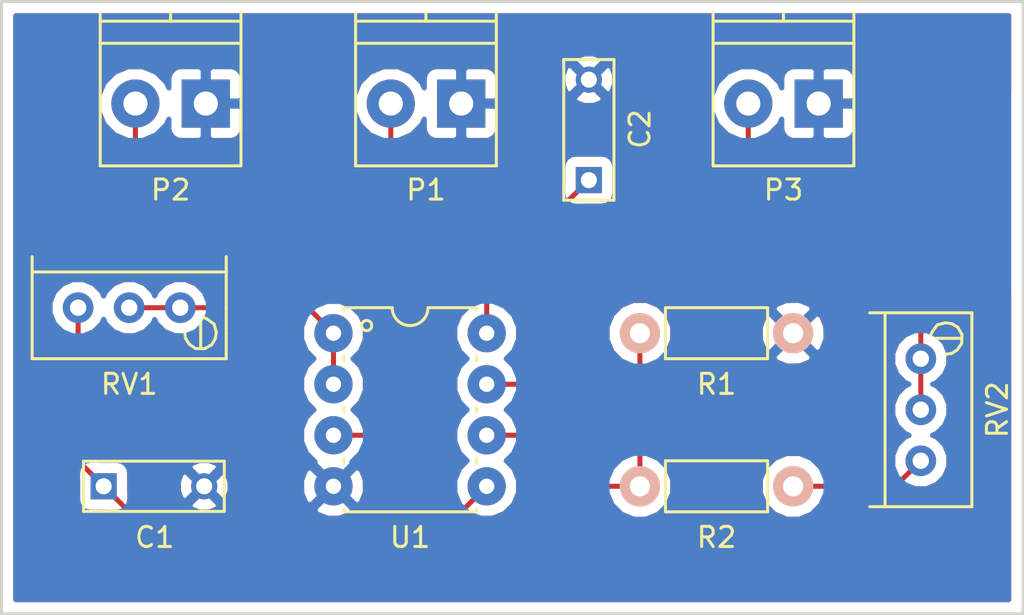
<source format=kicad_pcb>
(kicad_pcb (version 4) (host pcbnew 4.0.4-stable)

  (general
    (links 20)
    (no_connects 0)
    (area 122.761904 97.555 202.358096 128.345001)
    (thickness 1.6)
    (drawings 8)
    (tracks 40)
    (zones 0)
    (modules 13)
    (nets 9)
  )

  (page A4)
  (title_block
    (title "AMPLIFIER 1")
    (date 2016-12-03)
    (rev 01)
    (company "LONG HIN FONG")
  )

  (layers
    (0 F.Cu signal)
    (31 B.Cu signal)
    (32 B.Adhes user)
    (33 F.Adhes user)
    (34 B.Paste user)
    (35 F.Paste user)
    (36 B.SilkS user)
    (37 F.SilkS user)
    (38 B.Mask user)
    (39 F.Mask user)
    (40 Dwgs.User user)
    (41 Cmts.User user)
    (42 Eco1.User user)
    (43 Eco2.User user)
    (44 Edge.Cuts user)
    (45 Margin user)
    (46 B.CrtYd user)
    (47 F.CrtYd user)
    (48 B.Fab user)
    (49 F.Fab user)
  )

  (setup
    (last_trace_width 0.25)
    (trace_clearance 0.2)
    (zone_clearance 0.508)
    (zone_45_only no)
    (trace_min 0.2)
    (segment_width 0.2)
    (edge_width 0.15)
    (via_size 0.6)
    (via_drill 0.4)
    (via_min_size 0.4)
    (via_min_drill 0.3)
    (uvia_size 0.3)
    (uvia_drill 0.1)
    (uvias_allowed no)
    (uvia_min_size 0.2)
    (uvia_min_drill 0.1)
    (pcb_text_width 0.3)
    (pcb_text_size 1.5 1.5)
    (mod_edge_width 0.15)
    (mod_text_size 1 1)
    (mod_text_width 0.15)
    (pad_size 1.524 1.524)
    (pad_drill 0.762)
    (pad_to_mask_clearance 0.2)
    (aux_axis_origin 0 0)
    (visible_elements FFFFFF7F)
    (pcbplotparams
      (layerselection 0x01020_80000001)
      (usegerberextensions false)
      (excludeedgelayer true)
      (linewidth 0.100000)
      (plotframeref false)
      (viasonmask false)
      (mode 1)
      (useauxorigin false)
      (hpglpennumber 1)
      (hpglpenspeed 20)
      (hpglpendiameter 15)
      (hpglpenoverlay 2)
      (psnegative false)
      (psa4output false)
      (plotreference false)
      (plotvalue false)
      (plotinvisibletext false)
      (padsonsilk false)
      (subtractmaskfromsilk false)
      (outputformat 1)
      (mirror false)
      (drillshape 0)
      (scaleselection 1)
      (outputdirectory OUTPUT/))
  )

  (net 0 "")
  (net 1 "Net-(C1-Pad1)")
  (net 2 GND)
  (net 3 "Net-(R1-Pad1)")
  (net 4 "Net-(R2-Pad1)")
  (net 5 "Net-(RV1-Pad1)")
  (net 6 "Net-(P3-Pad2)")
  (net 7 "Net-(P2-Pad2)")
  (net 8 +5V)

  (net_class Default "This is the default net class."
    (clearance 0.2)
    (trace_width 0.25)
    (via_dia 0.6)
    (via_drill 0.4)
    (uvia_dia 0.3)
    (uvia_drill 0.1)
    (add_net +5V)
    (add_net GND)
    (add_net "Net-(C1-Pad1)")
    (add_net "Net-(P2-Pad2)")
    (add_net "Net-(P3-Pad2)")
    (add_net "Net-(R1-Pad1)")
    (add_net "Net-(R2-Pad1)")
    (add_net "Net-(RV1-Pad1)")
  )

  (net_class 0.5 ""
    (clearance 0.2)
    (trace_width 0.5)
    (via_dia 0.6)
    (via_drill 0.4)
    (uvia_dia 0.3)
    (uvia_drill 0.1)
  )

  (module Capacitors_ThroughHole:C_Rect_L7_W2.5_P5 (layer F.Cu) (tedit 58436ED8) (tstamp 58436992)
    (at 142.24 121.92)
    (descr "Film Capacitor Length 7mm x Width 2.5mm, Pitch 5mm")
    (tags Capacitor)
    (path /58435A22)
    (fp_text reference C1 (at 2.54 2.54) (layer F.SilkS)
      (effects (font (size 1 1) (thickness 0.15)))
    )
    (fp_text value 100pF (at 2.54 -2.54) (layer F.Fab)
      (effects (font (size 1 1) (thickness 0.15)))
    )
    (fp_line (start -1.25 -1.5) (end 6.25 -1.5) (layer F.CrtYd) (width 0.05))
    (fp_line (start 6.25 -1.5) (end 6.25 1.5) (layer F.CrtYd) (width 0.05))
    (fp_line (start 6.25 1.5) (end -1.25 1.5) (layer F.CrtYd) (width 0.05))
    (fp_line (start -1.25 1.5) (end -1.25 -1.5) (layer F.CrtYd) (width 0.05))
    (fp_line (start -1 -1.25) (end 6 -1.25) (layer F.SilkS) (width 0.15))
    (fp_line (start 6 -1.25) (end 6 1.25) (layer F.SilkS) (width 0.15))
    (fp_line (start 6 1.25) (end -1 1.25) (layer F.SilkS) (width 0.15))
    (fp_line (start -1 1.25) (end -1 -1.25) (layer F.SilkS) (width 0.15))
    (pad 1 thru_hole rect (at 0 0) (size 1.3 1.3) (drill 0.8) (layers *.Cu *.Mask)
      (net 1 "Net-(C1-Pad1)"))
    (pad 2 thru_hole circle (at 5 0) (size 1.3 1.3) (drill 0.8) (layers *.Cu *.Mask)
      (net 2 GND))
  )

  (module Resistors_ThroughHole:Resistor_Horizontal_RM7mm (layer F.Cu) (tedit 58436EA6) (tstamp 584369B2)
    (at 168.91 114.3)
    (descr "Resistor, Axial,  RM 7.62mm, 1/3W,")
    (tags "Resistor Axial RM 7.62mm 1/3W R3")
    (path /5843493B)
    (fp_text reference R1 (at 3.81 2.54) (layer F.SilkS)
      (effects (font (size 1 1) (thickness 0.15)))
    )
    (fp_text value 5k (at 3.81 0) (layer F.Fab)
      (effects (font (size 1 1) (thickness 0.15)))
    )
    (fp_line (start -1.25 -1.5) (end 8.85 -1.5) (layer F.CrtYd) (width 0.05))
    (fp_line (start -1.25 1.5) (end -1.25 -1.5) (layer F.CrtYd) (width 0.05))
    (fp_line (start 8.85 -1.5) (end 8.85 1.5) (layer F.CrtYd) (width 0.05))
    (fp_line (start -1.25 1.5) (end 8.85 1.5) (layer F.CrtYd) (width 0.05))
    (fp_line (start 1.27 -1.27) (end 6.35 -1.27) (layer F.SilkS) (width 0.15))
    (fp_line (start 6.35 -1.27) (end 6.35 1.27) (layer F.SilkS) (width 0.15))
    (fp_line (start 6.35 1.27) (end 1.27 1.27) (layer F.SilkS) (width 0.15))
    (fp_line (start 1.27 1.27) (end 1.27 -1.27) (layer F.SilkS) (width 0.15))
    (pad 1 thru_hole circle (at 0 0) (size 1.99898 1.99898) (drill 1.00076) (layers *.Cu *.SilkS *.Mask)
      (net 3 "Net-(R1-Pad1)"))
    (pad 2 thru_hole circle (at 7.62 0) (size 1.99898 1.99898) (drill 1.00076) (layers *.Cu *.SilkS *.Mask)
      (net 2 GND))
  )

  (module Resistors_ThroughHole:Resistor_Horizontal_RM7mm (layer F.Cu) (tedit 58436EA8) (tstamp 584369C0)
    (at 176.53 121.92 180)
    (descr "Resistor, Axial,  RM 7.62mm, 1/3W,")
    (tags "Resistor Axial RM 7.62mm 1/3W R3")
    (path /58434A4F)
    (fp_text reference R2 (at 3.81 -2.54 180) (layer F.SilkS)
      (effects (font (size 1 1) (thickness 0.15)))
    )
    (fp_text value 5k (at 3.81 0 180) (layer F.Fab)
      (effects (font (size 1 1) (thickness 0.15)))
    )
    (fp_line (start -1.25 -1.5) (end 8.85 -1.5) (layer F.CrtYd) (width 0.05))
    (fp_line (start -1.25 1.5) (end -1.25 -1.5) (layer F.CrtYd) (width 0.05))
    (fp_line (start 8.85 -1.5) (end 8.85 1.5) (layer F.CrtYd) (width 0.05))
    (fp_line (start -1.25 1.5) (end 8.85 1.5) (layer F.CrtYd) (width 0.05))
    (fp_line (start 1.27 -1.27) (end 6.35 -1.27) (layer F.SilkS) (width 0.15))
    (fp_line (start 6.35 -1.27) (end 6.35 1.27) (layer F.SilkS) (width 0.15))
    (fp_line (start 6.35 1.27) (end 1.27 1.27) (layer F.SilkS) (width 0.15))
    (fp_line (start 1.27 1.27) (end 1.27 -1.27) (layer F.SilkS) (width 0.15))
    (pad 1 thru_hole circle (at 0 0 180) (size 1.99898 1.99898) (drill 1.00076) (layers *.Cu *.SilkS *.Mask)
      (net 4 "Net-(R2-Pad1)"))
    (pad 2 thru_hole circle (at 7.62 0 180) (size 1.99898 1.99898) (drill 1.00076) (layers *.Cu *.SilkS *.Mask)
      (net 3 "Net-(R1-Pad1)"))
  )

  (module Potentiometers:Potentiometer_Bourns_3296W_3-8Zoll_Inline_ScrewUp (layer F.Cu) (tedit 5843711C) (tstamp 584369D8)
    (at 146.05 113.03 90)
    (descr "3296, 3/8, Square, Trimpot, Trimming, Potentiometer, Bourns")
    (tags "3296, 3/8, Square, Trimpot, Trimming, Potentiometer, Bourns")
    (path /58433464)
    (fp_text reference RV1 (at -3.81 -2.54 180) (layer F.SilkS)
      (effects (font (size 1 1) (thickness 0.15)))
    )
    (fp_text value 10k (at 2.54 -2.54 180) (layer F.Fab)
      (effects (font (size 1 1) (thickness 0.15)))
    )
    (fp_line (start -2.032 1.016) (end -0.762 1.016) (layer F.SilkS) (width 0.15))
    (fp_line (start -1.2827 0.2286) (end -1.5367 0.2667) (layer F.SilkS) (width 0.15))
    (fp_line (start -1.5367 0.2667) (end -1.8161 0.4445) (layer F.SilkS) (width 0.15))
    (fp_line (start -1.8161 0.4445) (end -2.032 0.762) (layer F.SilkS) (width 0.15))
    (fp_line (start -2.032 0.762) (end -2.0447 1.2065) (layer F.SilkS) (width 0.15))
    (fp_line (start -2.0447 1.2065) (end -1.8415 1.5621) (layer F.SilkS) (width 0.15))
    (fp_line (start -1.8415 1.5621) (end -1.5494 1.7399) (layer F.SilkS) (width 0.15))
    (fp_line (start -1.5494 1.7399) (end -1.2319 1.7907) (layer F.SilkS) (width 0.15))
    (fp_line (start -1.2319 1.7907) (end -0.8255 1.6891) (layer F.SilkS) (width 0.15))
    (fp_line (start -0.8255 1.6891) (end -0.5715 1.3462) (layer F.SilkS) (width 0.15))
    (fp_line (start -0.5715 1.3462) (end -0.4826 1.1684) (layer F.SilkS) (width 0.15))
    (fp_line (start 1.778 -7.366) (end 1.778 2.286) (layer F.SilkS) (width 0.15))
    (fp_line (start -1.27 2.286) (end -2.54 2.286) (layer F.SilkS) (width 0.15))
    (fp_line (start -2.54 2.286) (end -2.54 -7.366) (layer F.SilkS) (width 0.15))
    (fp_line (start -2.54 -7.366) (end 2.54 -7.366) (layer F.SilkS) (width 0.15))
    (fp_line (start 2.54 2.286) (end 0 2.286) (layer F.SilkS) (width 0.15))
    (fp_line (start 0 2.286) (end -1.27 2.286) (layer F.SilkS) (width 0.15))
    (pad 2 thru_hole circle (at 0 -2.54 90) (size 1.524 1.524) (drill 0.8128) (layers *.Cu *.Mask)
      (net 5 "Net-(RV1-Pad1)"))
    (pad 3 thru_hole circle (at 0 -5.08 90) (size 1.524 1.524) (drill 0.8128) (layers *.Cu *.Mask)
      (net 1 "Net-(C1-Pad1)"))
    (pad 1 thru_hole circle (at 0 0 90) (size 1.524 1.524) (drill 0.8128) (layers *.Cu *.Mask)
      (net 5 "Net-(RV1-Pad1)"))
    (model Potentiometers.3dshapes/Potentiometer_Bourns_3296W_3-8Zoll_Inline_ScrewUp.wrl
      (at (xyz 0 0 0))
      (scale (xyz 1 1 1))
      (rotate (xyz 0 0 0))
    )
  )

  (module Potentiometers:Potentiometer_Bourns_3296W_3-8Zoll_Inline_ScrewUp (layer F.Cu) (tedit 58437602) (tstamp 584369F0)
    (at 182.88 115.57 180)
    (descr "3296, 3/8, Square, Trimpot, Trimming, Potentiometer, Bourns")
    (tags "3296, 3/8, Square, Trimpot, Trimming, Potentiometer, Bourns")
    (path /584333EE)
    (fp_text reference RV2 (at -3.81 -2.54 270) (layer F.SilkS)
      (effects (font (size 1 1) (thickness 0.15)))
    )
    (fp_text value 5k (at 2.54 -2.54 270) (layer F.Fab)
      (effects (font (size 1 1) (thickness 0.15)))
    )
    (fp_line (start -2.032 1.016) (end -0.762 1.016) (layer F.SilkS) (width 0.15))
    (fp_line (start -1.2827 0.2286) (end -1.5367 0.2667) (layer F.SilkS) (width 0.15))
    (fp_line (start -1.5367 0.2667) (end -1.8161 0.4445) (layer F.SilkS) (width 0.15))
    (fp_line (start -1.8161 0.4445) (end -2.032 0.762) (layer F.SilkS) (width 0.15))
    (fp_line (start -2.032 0.762) (end -2.0447 1.2065) (layer F.SilkS) (width 0.15))
    (fp_line (start -2.0447 1.2065) (end -1.8415 1.5621) (layer F.SilkS) (width 0.15))
    (fp_line (start -1.8415 1.5621) (end -1.5494 1.7399) (layer F.SilkS) (width 0.15))
    (fp_line (start -1.5494 1.7399) (end -1.2319 1.7907) (layer F.SilkS) (width 0.15))
    (fp_line (start -1.2319 1.7907) (end -0.8255 1.6891) (layer F.SilkS) (width 0.15))
    (fp_line (start -0.8255 1.6891) (end -0.5715 1.3462) (layer F.SilkS) (width 0.15))
    (fp_line (start -0.5715 1.3462) (end -0.4826 1.1684) (layer F.SilkS) (width 0.15))
    (fp_line (start 1.778 -7.366) (end 1.778 2.286) (layer F.SilkS) (width 0.15))
    (fp_line (start -1.27 2.286) (end -2.54 2.286) (layer F.SilkS) (width 0.15))
    (fp_line (start -2.54 2.286) (end -2.54 -7.366) (layer F.SilkS) (width 0.15))
    (fp_line (start -2.54 -7.366) (end 2.54 -7.366) (layer F.SilkS) (width 0.15))
    (fp_line (start 2.54 2.286) (end 0 2.286) (layer F.SilkS) (width 0.15))
    (fp_line (start 0 2.286) (end -1.27 2.286) (layer F.SilkS) (width 0.15))
    (pad 2 thru_hole circle (at 0 -2.54 180) (size 1.524 1.524) (drill 0.8128) (layers *.Cu *.Mask)
      (net 6 "Net-(P3-Pad2)"))
    (pad 3 thru_hole circle (at 0 -5.08 180) (size 1.524 1.524) (drill 0.8128) (layers *.Cu *.Mask)
      (net 4 "Net-(R2-Pad1)"))
    (pad 1 thru_hole circle (at 0 0 180) (size 1.524 1.524) (drill 0.8128) (layers *.Cu *.Mask)
      (net 6 "Net-(P3-Pad2)"))
    (model Potentiometers.3dshapes/Potentiometer_Bourns_3296W_3-8Zoll_Inline_ScrewUp.wrl
      (at (xyz 0 0 0))
      (scale (xyz 1 1 1))
      (rotate (xyz 0 0 0))
    )
  )

  (module Power_Integrations:PDIP-8 (layer F.Cu) (tedit 58436EE1) (tstamp 58436A0C)
    (at 157.48 118.11 270)
    (descr "PDIP-8 Standard 300mil 8pin Dual In Line Package")
    (tags "Power Integrations P Package")
    (path /584344B7)
    (fp_text reference U1 (at 6.35 0 360) (layer F.SilkS)
      (effects (font (size 1 1) (thickness 0.15)))
    )
    (fp_text value MCP6002 (at 0 0 270) (layer F.Fab)
      (effects (font (size 1 1) (thickness 0.15)))
    )
    (fp_line (start -5.08 0.889) (end -5.08 3.302) (layer F.SilkS) (width 0.15))
    (fp_line (start -5.08 -0.889) (end -5.08 -3.302) (layer F.SilkS) (width 0.15))
    (fp_arc (start -5.08 0) (end -4.191 0) (angle 90) (layer F.SilkS) (width 0.15))
    (fp_arc (start -5.08 0) (end -5.08 -0.889) (angle 90) (layer F.SilkS) (width 0.15))
    (fp_circle (center -4.191 2.159) (end -3.937 2.159) (layer F.SilkS) (width 0.15))
    (fp_line (start 5.08 3.302) (end 4.953 3.302) (layer F.SilkS) (width 0.15))
    (fp_line (start 2.413 3.302) (end 2.667 3.302) (layer F.SilkS) (width 0.15))
    (fp_line (start -0.127 3.302) (end 0.127 3.302) (layer F.SilkS) (width 0.15))
    (fp_line (start -2.667 3.302) (end -2.413 3.302) (layer F.SilkS) (width 0.15))
    (fp_line (start -5.08 3.302) (end -4.953 3.302) (layer F.SilkS) (width 0.15))
    (fp_line (start -5.08 -3.302) (end -4.953 -3.302) (layer F.SilkS) (width 0.15))
    (fp_line (start 5.08 -3.302) (end 4.953 -3.302) (layer F.SilkS) (width 0.15))
    (fp_line (start 2.413 -3.302) (end 2.667 -3.302) (layer F.SilkS) (width 0.15))
    (fp_line (start -0.127 -3.302) (end 0.127 -3.302) (layer F.SilkS) (width 0.15))
    (fp_line (start -2.667 -3.302) (end -2.413 -3.302) (layer F.SilkS) (width 0.15))
    (fp_line (start 5.08 3.302) (end 5.08 -3.302) (layer F.SilkS) (width 0.15))
    (pad 1 thru_hole circle (at -3.81 3.81 270) (size 1.905 1.905) (drill 0.762) (layers *.Cu *.Mask)
      (net 5 "Net-(RV1-Pad1)"))
    (pad 2 thru_hole circle (at -1.27 3.81 270) (size 1.905 1.905) (drill 0.762) (layers *.Cu *.Mask)
      (net 5 "Net-(RV1-Pad1)"))
    (pad 3 thru_hole circle (at 1.27 3.81 270) (size 1.905 1.905) (drill 0.762) (layers *.Cu *.Mask)
      (net 7 "Net-(P2-Pad2)"))
    (pad 4 thru_hole circle (at 3.81 3.81 270) (size 1.905 1.905) (drill 0.762) (layers *.Cu *.Mask)
      (net 2 GND))
    (pad 5 thru_hole circle (at 3.81 -3.81 270) (size 1.905 1.905) (drill 0.762) (layers *.Cu *.Mask)
      (net 1 "Net-(C1-Pad1)"))
    (pad 6 thru_hole circle (at 1.27 -3.81 270) (size 1.905 1.905) (drill 0.762) (layers *.Cu *.Mask)
      (net 3 "Net-(R1-Pad1)"))
    (pad 7 thru_hole circle (at -1.27 -3.81 270) (size 1.905 1.905) (drill 0.762) (layers *.Cu *.Mask)
      (net 6 "Net-(P3-Pad2)"))
    (pad 8 thru_hole circle (at -3.81 -3.81 270) (size 1.905 1.905) (drill 0.762) (layers *.Cu *.Mask)
      (net 8 +5V))
  )

  (module Terminal_Blocks:TerminalBlock_Pheonix_PT-3.5mm_2pol (layer F.Cu) (tedit 5843779F) (tstamp 58436BFD)
    (at 147.32 102.87 180)
    (descr "2-way 3.5mm pitch terminal block, Phoenix PT series")
    (path /58435D46)
    (fp_text reference P2 (at 1.75 -4.3 180) (layer F.SilkS)
      (effects (font (size 1 1) (thickness 0.15)))
    )
    (fp_text value CONN_01X02 (at 6.35 0 270) (layer F.Fab)
      (effects (font (size 1 1) (thickness 0.15)))
    )
    (fp_line (start -1.9 -3.3) (end 5.4 -3.3) (layer F.CrtYd) (width 0.05))
    (fp_line (start -1.9 4.7) (end -1.9 -3.3) (layer F.CrtYd) (width 0.05))
    (fp_line (start 5.4 4.7) (end -1.9 4.7) (layer F.CrtYd) (width 0.05))
    (fp_line (start 5.4 -3.3) (end 5.4 4.7) (layer F.CrtYd) (width 0.05))
    (fp_line (start 1.75 4.1) (end 1.75 4.5) (layer F.SilkS) (width 0.15))
    (fp_line (start -1.75 3) (end 5.25 3) (layer F.SilkS) (width 0.15))
    (fp_line (start -1.75 4.1) (end 5.25 4.1) (layer F.SilkS) (width 0.15))
    (fp_line (start -1.75 -3.1) (end -1.75 4.5) (layer F.SilkS) (width 0.15))
    (fp_line (start 5.25 4.5) (end 5.25 -3.1) (layer F.SilkS) (width 0.15))
    (fp_line (start 5.25 -3.1) (end -1.75 -3.1) (layer F.SilkS) (width 0.15))
    (pad 2 thru_hole circle (at 3.5 0 180) (size 2.4 2.4) (drill 1.2) (layers *.Cu *.Mask)
      (net 7 "Net-(P2-Pad2)"))
    (pad 1 thru_hole rect (at 0 0 180) (size 2.4 2.4) (drill 1.2) (layers *.Cu *.Mask)
      (net 2 GND))
    (model Terminal_Blocks.3dshapes/TerminalBlock_Pheonix_PT-3.5mm_2pol.wrl
      (at (xyz 0 0 0))
      (scale (xyz 1 1 1))
      (rotate (xyz 0 0 0))
    )
  )

  (module Terminal_Blocks:TerminalBlock_Pheonix_PT-3.5mm_2pol (layer F.Cu) (tedit 584377A5) (tstamp 58436C0D)
    (at 177.8 102.87 180)
    (descr "2-way 3.5mm pitch terminal block, Phoenix PT series")
    (path /5843790B)
    (fp_text reference P3 (at 1.75 -4.3 180) (layer F.SilkS)
      (effects (font (size 1 1) (thickness 0.15)))
    )
    (fp_text value CONN_01X02 (at 6.35 0 270) (layer F.Fab)
      (effects (font (size 1 1) (thickness 0.15)))
    )
    (fp_line (start -1.9 -3.3) (end 5.4 -3.3) (layer F.CrtYd) (width 0.05))
    (fp_line (start -1.9 4.7) (end -1.9 -3.3) (layer F.CrtYd) (width 0.05))
    (fp_line (start 5.4 4.7) (end -1.9 4.7) (layer F.CrtYd) (width 0.05))
    (fp_line (start 5.4 -3.3) (end 5.4 4.7) (layer F.CrtYd) (width 0.05))
    (fp_line (start 1.75 4.1) (end 1.75 4.5) (layer F.SilkS) (width 0.15))
    (fp_line (start -1.75 3) (end 5.25 3) (layer F.SilkS) (width 0.15))
    (fp_line (start -1.75 4.1) (end 5.25 4.1) (layer F.SilkS) (width 0.15))
    (fp_line (start -1.75 -3.1) (end -1.75 4.5) (layer F.SilkS) (width 0.15))
    (fp_line (start 5.25 4.5) (end 5.25 -3.1) (layer F.SilkS) (width 0.15))
    (fp_line (start 5.25 -3.1) (end -1.75 -3.1) (layer F.SilkS) (width 0.15))
    (pad 2 thru_hole circle (at 3.5 0 180) (size 2.4 2.4) (drill 1.2) (layers *.Cu *.Mask)
      (net 6 "Net-(P3-Pad2)"))
    (pad 1 thru_hole rect (at 0 0 180) (size 2.4 2.4) (drill 1.2) (layers *.Cu *.Mask)
      (net 2 GND))
    (model Terminal_Blocks.3dshapes/TerminalBlock_Pheonix_PT-3.5mm_2pol.wrl
      (at (xyz 0 0 0))
      (scale (xyz 1 1 1))
      (rotate (xyz 0 0 0))
    )
  )

  (module Terminal_Blocks:TerminalBlock_Pheonix_PT-3.5mm_2pol (layer F.Cu) (tedit 584377A1) (tstamp 58436C89)
    (at 160.02 102.87 180)
    (descr "2-way 3.5mm pitch terminal block, Phoenix PT series")
    (path /58435E71)
    (fp_text reference P1 (at 1.75 -4.3 180) (layer F.SilkS)
      (effects (font (size 1 1) (thickness 0.15)))
    )
    (fp_text value CONN_01X02 (at 6.35 0 270) (layer F.Fab)
      (effects (font (size 1 1) (thickness 0.15)))
    )
    (fp_line (start -1.9 -3.3) (end 5.4 -3.3) (layer F.CrtYd) (width 0.05))
    (fp_line (start -1.9 4.7) (end -1.9 -3.3) (layer F.CrtYd) (width 0.05))
    (fp_line (start 5.4 4.7) (end -1.9 4.7) (layer F.CrtYd) (width 0.05))
    (fp_line (start 5.4 -3.3) (end 5.4 4.7) (layer F.CrtYd) (width 0.05))
    (fp_line (start 1.75 4.1) (end 1.75 4.5) (layer F.SilkS) (width 0.15))
    (fp_line (start -1.75 3) (end 5.25 3) (layer F.SilkS) (width 0.15))
    (fp_line (start -1.75 4.1) (end 5.25 4.1) (layer F.SilkS) (width 0.15))
    (fp_line (start -1.75 -3.1) (end -1.75 4.5) (layer F.SilkS) (width 0.15))
    (fp_line (start 5.25 4.5) (end 5.25 -3.1) (layer F.SilkS) (width 0.15))
    (fp_line (start 5.25 -3.1) (end -1.75 -3.1) (layer F.SilkS) (width 0.15))
    (pad 2 thru_hole circle (at 3.5 0 180) (size 2.4 2.4) (drill 1.2) (layers *.Cu *.Mask)
      (net 8 +5V))
    (pad 1 thru_hole rect (at 0 0 180) (size 2.4 2.4) (drill 1.2) (layers *.Cu *.Mask)
      (net 2 GND))
    (model Terminal_Blocks.3dshapes/TerminalBlock_Pheonix_PT-3.5mm_2pol.wrl
      (at (xyz 0 0 0))
      (scale (xyz 1 1 1))
      (rotate (xyz 0 0 0))
    )
  )

  (module Capacitors_ThroughHole:C_Rect_L7_W2.5_P5 (layer F.Cu) (tedit 58437609) (tstamp 584375CC)
    (at 166.37 106.68 90)
    (descr "Film Capacitor Length 7mm x Width 2.5mm, Pitch 5mm")
    (tags Capacitor)
    (path /58440465)
    (fp_text reference C2 (at 2.54 2.54 90) (layer F.SilkS)
      (effects (font (size 1 1) (thickness 0.15)))
    )
    (fp_text value 100nF (at 2.54 -2.54 90) (layer F.Fab)
      (effects (font (size 1 1) (thickness 0.15)))
    )
    (fp_line (start -1.25 -1.5) (end 6.25 -1.5) (layer F.CrtYd) (width 0.05))
    (fp_line (start 6.25 -1.5) (end 6.25 1.5) (layer F.CrtYd) (width 0.05))
    (fp_line (start 6.25 1.5) (end -1.25 1.5) (layer F.CrtYd) (width 0.05))
    (fp_line (start -1.25 1.5) (end -1.25 -1.5) (layer F.CrtYd) (width 0.05))
    (fp_line (start -1 -1.25) (end 6 -1.25) (layer F.SilkS) (width 0.15))
    (fp_line (start 6 -1.25) (end 6 1.25) (layer F.SilkS) (width 0.15))
    (fp_line (start 6 1.25) (end -1 1.25) (layer F.SilkS) (width 0.15))
    (fp_line (start -1 1.25) (end -1 -1.25) (layer F.SilkS) (width 0.15))
    (pad 1 thru_hole rect (at 0 0 90) (size 1.3 1.3) (drill 0.8) (layers *.Cu *.Mask)
      (net 8 +5V))
    (pad 2 thru_hole circle (at 5 0 90) (size 1.3 1.3) (drill 0.8) (layers *.Cu *.Mask)
      (net 2 GND))
  )

  (module Fiducials:Fiducial_1mm_Dia_2.54mm_Outer_CopperTop (layer F.Cu) (tedit 58437BFA) (tstamp 58437B45)
    (at 185.42 125.73)
    (descr "Circular Fiducial, 1mm bare copper top; 2.54mm keepout")
    (tags marker)
    (attr virtual)
    (fp_text reference REF** (at 3.4 0.7) (layer F.SilkS) hide
      (effects (font (size 1 1) (thickness 0.15)))
    )
    (fp_text value Fiducial_1mm_Dia_2.54mm_Outer_CopperTop (at 0 -1.8) (layer F.Fab) hide
      (effects (font (size 1 1) (thickness 0.15)))
    )
    (fp_circle (center 0 0) (end 1.55 0) (layer F.CrtYd) (width 0.05))
    (pad ~ smd circle (at 0 0) (size 1 1) (layers F.Cu F.Mask)
      (solder_mask_margin 0.77) (clearance 0.77))
  )

  (module Fiducials:Fiducial_1mm_Dia_2.54mm_Outer_CopperTop (layer F.Cu) (tedit 58437C98) (tstamp 58437C88)
    (at 139.7 125.73)
    (descr "Circular Fiducial, 1mm bare copper top; 2.54mm keepout")
    (tags marker)
    (attr virtual)
    (fp_text reference REF** (at 3.4 0.7) (layer F.SilkS) hide
      (effects (font (size 1 1) (thickness 0.15)))
    )
    (fp_text value Fiducial_1mm_Dia_2.54mm_Outer_CopperTop (at 0 -1.8) (layer F.Fab) hide
      (effects (font (size 1 1) (thickness 0.15)))
    )
    (fp_circle (center 0 0) (end 1.55 0) (layer F.CrtYd) (width 0.05))
    (pad ~ smd circle (at 0 0) (size 1 1) (layers F.Cu F.Mask)
      (solder_mask_margin 0.77) (clearance 0.77))
  )

  (module Fiducials:Fiducial_1mm_Dia_2.54mm_Outer_CopperTop (layer F.Cu) (tedit 58437CD6) (tstamp 58437CCC)
    (at 185.42 100.33)
    (descr "Circular Fiducial, 1mm bare copper top; 2.54mm keepout")
    (tags marker)
    (attr virtual)
    (fp_text reference REF** (at 3.4 0.7) (layer F.SilkS) hide
      (effects (font (size 1 1) (thickness 0.15)))
    )
    (fp_text value Fiducial_1mm_Dia_2.54mm_Outer_CopperTop (at 0 -1.8) (layer F.Fab) hide
      (effects (font (size 1 1) (thickness 0.15)))
    )
    (fp_circle (center 0 0) (end 1.55 0) (layer F.CrtYd) (width 0.05))
    (pad ~ smd circle (at 0 0) (size 1 1) (layers F.Cu F.Mask)
      (solder_mask_margin 0.77) (clearance 0.77))
  )

  (gr_line (start 137.16 128.27) (end 137.16 125.73) (angle 90) (layer Edge.Cuts) (width 0.15))
  (gr_line (start 187.96 128.27) (end 137.16 128.27) (angle 90) (layer Edge.Cuts) (width 0.15))
  (gr_line (start 187.96 125.73) (end 187.96 128.27) (angle 90) (layer Edge.Cuts) (width 0.15))
  (gr_text "AMPLIFIER1\nDEC 3,2016" (at 185.42 111.76 90) (layer F.Cu)
    (effects (font (size 1 1) (thickness 0.25)) (justify left))
  )
  (gr_line (start 137.16 97.79) (end 137.16 125.73) (angle 90) (layer Edge.Cuts) (width 0.15))
  (gr_line (start 187.96 97.79) (end 137.16 97.79) (angle 90) (layer Edge.Cuts) (width 0.15))
  (gr_line (start 187.96 125.73) (end 187.96 97.79) (angle 90) (layer Edge.Cuts) (width 0.15))
  (gr_line (start 137.16 128.27) (end 187.96 128.27) (angle 90) (layer Edge.Cuts) (width 0.15))

  (segment (start 161.29 121.92) (end 158.75 124.46) (width 0.25) (layer F.Cu) (net 1))
  (segment (start 144.78 124.46) (end 142.24 121.92) (width 0.25) (layer F.Cu) (net 1) (tstamp 5843748F))
  (segment (start 158.75 124.46) (end 144.78 124.46) (width 0.25) (layer F.Cu) (net 1) (tstamp 5843748D))
  (segment (start 140.97 113.03) (end 140.97 120.65) (width 0.25) (layer F.Cu) (net 1))
  (segment (start 140.97 120.65) (end 142.24 121.92) (width 0.25) (layer F.Cu) (net 1) (tstamp 58437454))
  (segment (start 163.83 119.38) (end 166.37 121.92) (width 0.25) (layer F.Cu) (net 3))
  (segment (start 166.37 121.92) (end 168.91 121.92) (width 0.25) (layer F.Cu) (net 3))
  (segment (start 161.29 119.38) (end 163.83 119.38) (width 0.25) (layer F.Cu) (net 3))
  (segment (start 168.91 121.92) (end 168.91 114.3) (width 0.25) (layer F.Cu) (net 3))
  (segment (start 176.53 121.92) (end 181.61 121.92) (width 0.25) (layer F.Cu) (net 4))
  (segment (start 181.61 121.92) (end 182.88 120.65) (width 0.25) (layer F.Cu) (net 4) (tstamp 584374C7))
  (segment (start 153.67 114.3) (end 152.4 113.03) (width 0.25) (layer F.Cu) (net 5))
  (segment (start 152.4 113.03) (end 146.05 113.03) (width 0.25) (layer F.Cu) (net 5) (tstamp 5843789D))
  (segment (start 153.67 116.84) (end 153.67 114.3) (width 0.25) (layer F.Cu) (net 5))
  (segment (start 143.51 113.03) (end 146.05 113.03) (width 0.25) (layer F.Cu) (net 5))
  (segment (start 174.3 102.87) (end 174.3 110.49) (width 0.25) (layer F.Cu) (net 6))
  (segment (start 174.3 110.49) (end 173.99 110.49) (width 0.25) (layer F.Cu) (net 6) (tstamp 58437A41))
  (segment (start 178.11 110.49) (end 177.8 110.49) (width 0.25) (layer F.Cu) (net 6) (tstamp 584374C2))
  (segment (start 176.53 110.49) (end 177.8 110.49) (width 0.25) (layer F.Cu) (net 6))
  (segment (start 177.8 110.49) (end 181.61 110.49) (width 0.25) (layer F.Cu) (net 6) (tstamp 584374C5))
  (segment (start 182.88 111.76) (end 181.61 110.49) (width 0.25) (layer F.Cu) (net 6) (tstamp 584374BC))
  (segment (start 176.84 110.49) (end 176.53 110.49) (width 0.25) (layer F.Cu) (net 6) (tstamp 584374A9))
  (segment (start 166.37 110.49) (end 173.99 110.49) (width 0.25) (layer F.Cu) (net 6) (tstamp 58437497))
  (segment (start 173.99 110.49) (end 176.53 110.49) (width 0.25) (layer F.Cu) (net 6) (tstamp 58437A56))
  (segment (start 165.1 111.76) (end 166.37 110.49) (width 0.25) (layer F.Cu) (net 6) (tstamp 58437495))
  (segment (start 165.1 115.57) (end 165.1 111.76) (width 0.25) (layer F.Cu) (net 6) (tstamp 58437494))
  (segment (start 182.88 111.76) (end 182.88 115.57) (width 0.25) (layer F.Cu) (net 6))
  (segment (start 182.88 118.11) (end 182.88 115.57) (width 0.25) (layer F.Cu) (net 6))
  (segment (start 161.29 116.84) (end 163.83 116.84) (width 0.25) (layer F.Cu) (net 6))
  (segment (start 163.83 116.84) (end 165.1 115.57) (width 0.25) (layer F.Cu) (net 6) (tstamp 58437493))
  (segment (start 143.82 102.87) (end 143.82 106.99) (width 0.25) (layer F.Cu) (net 7))
  (segment (start 156.21 119.38) (end 153.67 119.38) (width 0.25) (layer F.Cu) (net 7) (tstamp 5843788E))
  (segment (start 156.21 111.76) (end 156.21 119.38) (width 0.25) (layer F.Cu) (net 7) (tstamp 5843788C))
  (segment (start 153.67 109.22) (end 156.21 111.76) (width 0.25) (layer F.Cu) (net 7) (tstamp 5843788A))
  (segment (start 146.05 109.22) (end 153.67 109.22) (width 0.25) (layer F.Cu) (net 7) (tstamp 58437887))
  (segment (start 143.82 106.99) (end 146.05 109.22) (width 0.25) (layer F.Cu) (net 7) (tstamp 58437884))
  (segment (start 166.37 106.68) (end 161.29 111.76) (width 0.25) (layer F.Cu) (net 8))
  (segment (start 156.52 102.87) (end 156.52 106.99) (width 0.25) (layer F.Cu) (net 8))
  (segment (start 161.29 111.76) (end 161.29 114.3) (width 0.25) (layer F.Cu) (net 8) (tstamp 5843746B))
  (segment (start 156.52 106.99) (end 161.29 111.76) (width 0.25) (layer F.Cu) (net 8) (tstamp 58437469))

  (zone (net 2) (net_name GND) (layer B.Cu) (tstamp 58437D1B) (hatch edge 0.508)
    (connect_pads (clearance 0.508))
    (min_thickness 0.254)
    (fill yes (arc_segments 16) (thermal_gap 0.508) (thermal_bridge_width 0.508))
    (polygon
      (pts
        (xy 187.96 97.79) (xy 187.96 128.27) (xy 137.16 128.27) (xy 137.16 97.79)
      )
    )
    (filled_polygon
      (pts
        (xy 187.25 127.56) (xy 137.87 127.56) (xy 137.87 121.27) (xy 140.94256 121.27) (xy 140.94256 122.57)
        (xy 140.986838 122.805317) (xy 141.12591 123.021441) (xy 141.33811 123.166431) (xy 141.59 123.21744) (xy 142.89 123.21744)
        (xy 143.125317 123.173162) (xy 143.341441 123.03409) (xy 143.486431 122.82189) (xy 143.487012 122.819016) (xy 146.52059 122.819016)
        (xy 146.576271 123.049611) (xy 147.059078 123.217622) (xy 147.569428 123.188083) (xy 147.903729 123.049611) (xy 147.906494 123.038159)
        (xy 152.731446 123.038159) (xy 152.824288 123.300088) (xy 153.416801 123.518675) (xy 154.047861 123.493878) (xy 154.515712 123.300088)
        (xy 154.608554 123.038159) (xy 153.67 122.099605) (xy 152.731446 123.038159) (xy 147.906494 123.038159) (xy 147.95941 122.819016)
        (xy 147.24 122.099605) (xy 146.52059 122.819016) (xy 143.487012 122.819016) (xy 143.53744 122.57) (xy 143.53744 121.739078)
        (xy 145.942378 121.739078) (xy 145.971917 122.249428) (xy 146.110389 122.583729) (xy 146.340984 122.63941) (xy 147.060395 121.92)
        (xy 147.419605 121.92) (xy 148.139016 122.63941) (xy 148.369611 122.583729) (xy 148.537622 122.100922) (xy 148.512496 121.666801)
        (xy 152.071325 121.666801) (xy 152.096122 122.297861) (xy 152.289912 122.765712) (xy 152.551841 122.858554) (xy 153.490395 121.92)
        (xy 153.849605 121.92) (xy 154.788159 122.858554) (xy 155.050088 122.765712) (xy 155.268675 122.173199) (xy 155.243878 121.542139)
        (xy 155.050088 121.074288) (xy 154.788159 120.981446) (xy 153.849605 121.92) (xy 153.490395 121.92) (xy 152.551841 120.981446)
        (xy 152.289912 121.074288) (xy 152.071325 121.666801) (xy 148.512496 121.666801) (xy 148.508083 121.590572) (xy 148.369611 121.256271)
        (xy 148.139016 121.20059) (xy 147.419605 121.92) (xy 147.060395 121.92) (xy 146.340984 121.20059) (xy 146.110389 121.256271)
        (xy 145.942378 121.739078) (xy 143.53744 121.739078) (xy 143.53744 121.27) (xy 143.493162 121.034683) (xy 143.484347 121.020984)
        (xy 146.52059 121.020984) (xy 147.24 121.740395) (xy 147.95941 121.020984) (xy 147.903729 120.790389) (xy 147.420922 120.622378)
        (xy 146.910572 120.651917) (xy 146.576271 120.790389) (xy 146.52059 121.020984) (xy 143.484347 121.020984) (xy 143.35409 120.818559)
        (xy 143.14189 120.673569) (xy 142.89 120.62256) (xy 141.59 120.62256) (xy 141.354683 120.666838) (xy 141.138559 120.80591)
        (xy 140.993569 121.01811) (xy 140.94256 121.27) (xy 137.87 121.27) (xy 137.87 114.614388) (xy 152.082225 114.614388)
        (xy 152.323398 115.198072) (xy 152.694935 115.570257) (xy 152.324968 115.939579) (xy 152.082776 116.522841) (xy 152.082225 117.154388)
        (xy 152.323398 117.738072) (xy 152.694935 118.110257) (xy 152.324968 118.479579) (xy 152.082776 119.062841) (xy 152.082225 119.694388)
        (xy 152.323398 120.278072) (xy 152.761529 120.716968) (xy 152.731446 120.801841) (xy 153.67 121.740395) (xy 154.608554 120.801841)
        (xy 154.578275 120.716417) (xy 155.015032 120.280421) (xy 155.257224 119.697159) (xy 155.257775 119.065612) (xy 155.016602 118.481928)
        (xy 154.645065 118.109743) (xy 155.015032 117.740421) (xy 155.257224 117.157159) (xy 155.257775 116.525612) (xy 155.016602 115.941928)
        (xy 154.645065 115.569743) (xy 155.015032 115.200421) (xy 155.257224 114.617159) (xy 155.257226 114.614388) (xy 159.702225 114.614388)
        (xy 159.943398 115.198072) (xy 160.314935 115.570257) (xy 159.944968 115.939579) (xy 159.702776 116.522841) (xy 159.702225 117.154388)
        (xy 159.943398 117.738072) (xy 160.314935 118.110257) (xy 159.944968 118.479579) (xy 159.702776 119.062841) (xy 159.702225 119.694388)
        (xy 159.943398 120.278072) (xy 160.314935 120.650257) (xy 159.944968 121.019579) (xy 159.702776 121.602841) (xy 159.702225 122.234388)
        (xy 159.943398 122.818072) (xy 160.389579 123.265032) (xy 160.972841 123.507224) (xy 161.604388 123.507775) (xy 162.188072 123.266602)
        (xy 162.635032 122.820421) (xy 162.87451 122.243694) (xy 167.275226 122.243694) (xy 167.523538 122.844655) (xy 167.982927 123.304846)
        (xy 168.583453 123.554206) (xy 169.233694 123.554774) (xy 169.834655 123.306462) (xy 170.294846 122.847073) (xy 170.544206 122.246547)
        (xy 170.544208 122.243694) (xy 174.895226 122.243694) (xy 175.143538 122.844655) (xy 175.602927 123.304846) (xy 176.203453 123.554206)
        (xy 176.853694 123.554774) (xy 177.454655 123.306462) (xy 177.914846 122.847073) (xy 178.164206 122.246547) (xy 178.164774 121.596306)
        (xy 177.916462 120.995345) (xy 177.457073 120.535154) (xy 176.856547 120.285794) (xy 176.206306 120.285226) (xy 175.605345 120.533538)
        (xy 175.145154 120.992927) (xy 174.895794 121.593453) (xy 174.895226 122.243694) (xy 170.544208 122.243694) (xy 170.544774 121.596306)
        (xy 170.296462 120.995345) (xy 169.837073 120.535154) (xy 169.236547 120.285794) (xy 168.586306 120.285226) (xy 167.985345 120.533538)
        (xy 167.525154 120.992927) (xy 167.275794 121.593453) (xy 167.275226 122.243694) (xy 162.87451 122.243694) (xy 162.877224 122.237159)
        (xy 162.877775 121.605612) (xy 162.636602 121.021928) (xy 162.265065 120.649743) (xy 162.635032 120.280421) (xy 162.877224 119.697159)
        (xy 162.877775 119.065612) (xy 162.636602 118.481928) (xy 162.265065 118.109743) (xy 162.635032 117.740421) (xy 162.877224 117.157159)
        (xy 162.877775 116.525612) (xy 162.636602 115.941928) (xy 162.265065 115.569743) (xy 162.635032 115.200421) (xy 162.87451 114.623694)
        (xy 167.275226 114.623694) (xy 167.523538 115.224655) (xy 167.982927 115.684846) (xy 168.583453 115.934206) (xy 169.233694 115.934774)
        (xy 169.834655 115.686462) (xy 170.069363 115.452163) (xy 175.557443 115.452163) (xy 175.656042 115.718965) (xy 176.265582 115.945401)
        (xy 176.915377 115.921341) (xy 177.095671 115.846661) (xy 181.482758 115.846661) (xy 181.69499 116.360303) (xy 182.08763 116.753629)
        (xy 182.295512 116.839949) (xy 182.089697 116.92499) (xy 181.696371 117.31763) (xy 181.483243 117.8309) (xy 181.482758 118.386661)
        (xy 181.69499 118.900303) (xy 182.08763 119.293629) (xy 182.295512 119.379949) (xy 182.089697 119.46499) (xy 181.696371 119.85763)
        (xy 181.483243 120.3709) (xy 181.482758 120.926661) (xy 181.69499 121.440303) (xy 182.08763 121.833629) (xy 182.6009 122.046757)
        (xy 183.156661 122.047242) (xy 183.670303 121.83501) (xy 184.063629 121.44237) (xy 184.276757 120.9291) (xy 184.277242 120.373339)
        (xy 184.06501 119.859697) (xy 183.67237 119.466371) (xy 183.464488 119.380051) (xy 183.670303 119.29501) (xy 184.063629 118.90237)
        (xy 184.276757 118.3891) (xy 184.277242 117.833339) (xy 184.06501 117.319697) (xy 183.67237 116.926371) (xy 183.464488 116.840051)
        (xy 183.670303 116.75501) (xy 184.063629 116.36237) (xy 184.276757 115.8491) (xy 184.277242 115.293339) (xy 184.06501 114.779697)
        (xy 183.67237 114.386371) (xy 183.1591 114.173243) (xy 182.603339 114.172758) (xy 182.089697 114.38499) (xy 181.696371 114.77763)
        (xy 181.483243 115.2909) (xy 181.482758 115.846661) (xy 177.095671 115.846661) (xy 177.403958 115.718965) (xy 177.502557 115.452163)
        (xy 176.53 114.479605) (xy 175.557443 115.452163) (xy 170.069363 115.452163) (xy 170.294846 115.227073) (xy 170.544206 114.626547)
        (xy 170.544722 114.035582) (xy 174.884599 114.035582) (xy 174.908659 114.685377) (xy 175.111035 115.173958) (xy 175.377837 115.272557)
        (xy 176.350395 114.3) (xy 176.709605 114.3) (xy 177.682163 115.272557) (xy 177.948965 115.173958) (xy 178.175401 114.564418)
        (xy 178.151341 113.914623) (xy 177.948965 113.426042) (xy 177.682163 113.327443) (xy 176.709605 114.3) (xy 176.350395 114.3)
        (xy 175.377837 113.327443) (xy 175.111035 113.426042) (xy 174.884599 114.035582) (xy 170.544722 114.035582) (xy 170.544774 113.976306)
        (xy 170.296462 113.375345) (xy 170.069351 113.147837) (xy 175.557443 113.147837) (xy 176.53 114.120395) (xy 177.502557 113.147837)
        (xy 177.403958 112.881035) (xy 176.794418 112.654599) (xy 176.144623 112.678659) (xy 175.656042 112.881035) (xy 175.557443 113.147837)
        (xy 170.069351 113.147837) (xy 169.837073 112.915154) (xy 169.236547 112.665794) (xy 168.586306 112.665226) (xy 167.985345 112.913538)
        (xy 167.525154 113.372927) (xy 167.275794 113.973453) (xy 167.275226 114.623694) (xy 162.87451 114.623694) (xy 162.877224 114.617159)
        (xy 162.877775 113.985612) (xy 162.636602 113.401928) (xy 162.190421 112.954968) (xy 161.607159 112.712776) (xy 160.975612 112.712225)
        (xy 160.391928 112.953398) (xy 159.944968 113.399579) (xy 159.702776 113.982841) (xy 159.702225 114.614388) (xy 155.257226 114.614388)
        (xy 155.257775 113.985612) (xy 155.016602 113.401928) (xy 154.570421 112.954968) (xy 153.987159 112.712776) (xy 153.355612 112.712225)
        (xy 152.771928 112.953398) (xy 152.324968 113.399579) (xy 152.082776 113.982841) (xy 152.082225 114.614388) (xy 137.87 114.614388)
        (xy 137.87 113.306661) (xy 139.572758 113.306661) (xy 139.78499 113.820303) (xy 140.17763 114.213629) (xy 140.6909 114.426757)
        (xy 141.246661 114.427242) (xy 141.760303 114.21501) (xy 142.153629 113.82237) (xy 142.239949 113.614488) (xy 142.32499 113.820303)
        (xy 142.71763 114.213629) (xy 143.2309 114.426757) (xy 143.786661 114.427242) (xy 144.300303 114.21501) (xy 144.693629 113.82237)
        (xy 144.779949 113.614488) (xy 144.86499 113.820303) (xy 145.25763 114.213629) (xy 145.7709 114.426757) (xy 146.326661 114.427242)
        (xy 146.840303 114.21501) (xy 147.233629 113.82237) (xy 147.446757 113.3091) (xy 147.447242 112.753339) (xy 147.23501 112.239697)
        (xy 146.84237 111.846371) (xy 146.3291 111.633243) (xy 145.773339 111.632758) (xy 145.259697 111.84499) (xy 144.866371 112.23763)
        (xy 144.780051 112.445512) (xy 144.69501 112.239697) (xy 144.30237 111.846371) (xy 143.7891 111.633243) (xy 143.233339 111.632758)
        (xy 142.719697 111.84499) (xy 142.326371 112.23763) (xy 142.240051 112.445512) (xy 142.15501 112.239697) (xy 141.76237 111.846371)
        (xy 141.2491 111.633243) (xy 140.693339 111.632758) (xy 140.179697 111.84499) (xy 139.786371 112.23763) (xy 139.573243 112.7509)
        (xy 139.572758 113.306661) (xy 137.87 113.306661) (xy 137.87 106.03) (xy 165.07256 106.03) (xy 165.07256 107.33)
        (xy 165.116838 107.565317) (xy 165.25591 107.781441) (xy 165.46811 107.926431) (xy 165.72 107.97744) (xy 167.02 107.97744)
        (xy 167.255317 107.933162) (xy 167.471441 107.79409) (xy 167.616431 107.58189) (xy 167.66744 107.33) (xy 167.66744 106.03)
        (xy 167.623162 105.794683) (xy 167.48409 105.578559) (xy 167.27189 105.433569) (xy 167.02 105.38256) (xy 165.72 105.38256)
        (xy 165.484683 105.426838) (xy 165.268559 105.56591) (xy 165.123569 105.77811) (xy 165.07256 106.03) (xy 137.87 106.03)
        (xy 137.87 103.233403) (xy 141.984682 103.233403) (xy 142.263455 103.908086) (xy 142.779199 104.42473) (xy 143.453395 104.704681)
        (xy 144.183403 104.705318) (xy 144.858086 104.426545) (xy 145.37473 103.910801) (xy 145.485 103.645242) (xy 145.485 104.19631)
        (xy 145.581673 104.429699) (xy 145.760302 104.608327) (xy 145.993691 104.705) (xy 147.03425 104.705) (xy 147.193 104.54625)
        (xy 147.193 102.997) (xy 147.447 102.997) (xy 147.447 104.54625) (xy 147.60575 104.705) (xy 148.646309 104.705)
        (xy 148.879698 104.608327) (xy 149.058327 104.429699) (xy 149.155 104.19631) (xy 149.155 103.233403) (xy 154.684682 103.233403)
        (xy 154.963455 103.908086) (xy 155.479199 104.42473) (xy 156.153395 104.704681) (xy 156.883403 104.705318) (xy 157.558086 104.426545)
        (xy 158.07473 103.910801) (xy 158.185 103.645242) (xy 158.185 104.19631) (xy 158.281673 104.429699) (xy 158.460302 104.608327)
        (xy 158.693691 104.705) (xy 159.73425 104.705) (xy 159.893 104.54625) (xy 159.893 102.997) (xy 160.147 102.997)
        (xy 160.147 104.54625) (xy 160.30575 104.705) (xy 161.346309 104.705) (xy 161.579698 104.608327) (xy 161.758327 104.429699)
        (xy 161.855 104.19631) (xy 161.855 103.233403) (xy 172.464682 103.233403) (xy 172.743455 103.908086) (xy 173.259199 104.42473)
        (xy 173.933395 104.704681) (xy 174.663403 104.705318) (xy 175.338086 104.426545) (xy 175.85473 103.910801) (xy 175.965 103.645242)
        (xy 175.965 104.19631) (xy 176.061673 104.429699) (xy 176.240302 104.608327) (xy 176.473691 104.705) (xy 177.51425 104.705)
        (xy 177.673 104.54625) (xy 177.673 102.997) (xy 177.927 102.997) (xy 177.927 104.54625) (xy 178.08575 104.705)
        (xy 179.126309 104.705) (xy 179.359698 104.608327) (xy 179.538327 104.429699) (xy 179.635 104.19631) (xy 179.635 103.15575)
        (xy 179.47625 102.997) (xy 177.927 102.997) (xy 177.673 102.997) (xy 177.653 102.997) (xy 177.653 102.743)
        (xy 177.673 102.743) (xy 177.673 101.19375) (xy 177.927 101.19375) (xy 177.927 102.743) (xy 179.47625 102.743)
        (xy 179.635 102.58425) (xy 179.635 101.54369) (xy 179.538327 101.310301) (xy 179.359698 101.131673) (xy 179.126309 101.035)
        (xy 178.08575 101.035) (xy 177.927 101.19375) (xy 177.673 101.19375) (xy 177.51425 101.035) (xy 176.473691 101.035)
        (xy 176.240302 101.131673) (xy 176.061673 101.310301) (xy 175.965 101.54369) (xy 175.965 102.094395) (xy 175.856545 101.831914)
        (xy 175.340801 101.31527) (xy 174.666605 101.035319) (xy 173.936597 101.034682) (xy 173.261914 101.313455) (xy 172.74527 101.829199)
        (xy 172.465319 102.503395) (xy 172.464682 103.233403) (xy 161.855 103.233403) (xy 161.855 103.15575) (xy 161.69625 102.997)
        (xy 160.147 102.997) (xy 159.893 102.997) (xy 159.873 102.997) (xy 159.873 102.743) (xy 159.893 102.743)
        (xy 159.893 101.19375) (xy 160.147 101.19375) (xy 160.147 102.743) (xy 161.69625 102.743) (xy 161.855 102.58425)
        (xy 161.855 102.579016) (xy 165.65059 102.579016) (xy 165.706271 102.809611) (xy 166.189078 102.977622) (xy 166.699428 102.948083)
        (xy 167.033729 102.809611) (xy 167.08941 102.579016) (xy 166.37 101.859605) (xy 165.65059 102.579016) (xy 161.855 102.579016)
        (xy 161.855 101.54369) (xy 161.836522 101.499078) (xy 165.072378 101.499078) (xy 165.101917 102.009428) (xy 165.240389 102.343729)
        (xy 165.470984 102.39941) (xy 166.190395 101.68) (xy 166.549605 101.68) (xy 167.269016 102.39941) (xy 167.499611 102.343729)
        (xy 167.667622 101.860922) (xy 167.638083 101.350572) (xy 167.499611 101.016271) (xy 167.269016 100.96059) (xy 166.549605 101.68)
        (xy 166.190395 101.68) (xy 165.470984 100.96059) (xy 165.240389 101.016271) (xy 165.072378 101.499078) (xy 161.836522 101.499078)
        (xy 161.758327 101.310301) (xy 161.579698 101.131673) (xy 161.346309 101.035) (xy 160.30575 101.035) (xy 160.147 101.19375)
        (xy 159.893 101.19375) (xy 159.73425 101.035) (xy 158.693691 101.035) (xy 158.460302 101.131673) (xy 158.281673 101.310301)
        (xy 158.185 101.54369) (xy 158.185 102.094395) (xy 158.076545 101.831914) (xy 157.560801 101.31527) (xy 156.886605 101.035319)
        (xy 156.156597 101.034682) (xy 155.481914 101.313455) (xy 154.96527 101.829199) (xy 154.685319 102.503395) (xy 154.684682 103.233403)
        (xy 149.155 103.233403) (xy 149.155 103.15575) (xy 148.99625 102.997) (xy 147.447 102.997) (xy 147.193 102.997)
        (xy 147.173 102.997) (xy 147.173 102.743) (xy 147.193 102.743) (xy 147.193 101.19375) (xy 147.447 101.19375)
        (xy 147.447 102.743) (xy 148.99625 102.743) (xy 149.155 102.58425) (xy 149.155 101.54369) (xy 149.058327 101.310301)
        (xy 148.879698 101.131673) (xy 148.646309 101.035) (xy 147.60575 101.035) (xy 147.447 101.19375) (xy 147.193 101.19375)
        (xy 147.03425 101.035) (xy 145.993691 101.035) (xy 145.760302 101.131673) (xy 145.581673 101.310301) (xy 145.485 101.54369)
        (xy 145.485 102.094395) (xy 145.376545 101.831914) (xy 144.860801 101.31527) (xy 144.186605 101.035319) (xy 143.456597 101.034682)
        (xy 142.781914 101.313455) (xy 142.26527 101.829199) (xy 141.985319 102.503395) (xy 141.984682 103.233403) (xy 137.87 103.233403)
        (xy 137.87 100.780984) (xy 165.65059 100.780984) (xy 166.37 101.500395) (xy 167.08941 100.780984) (xy 167.033729 100.550389)
        (xy 166.550922 100.382378) (xy 166.040572 100.411917) (xy 165.706271 100.550389) (xy 165.65059 100.780984) (xy 137.87 100.780984)
        (xy 137.87 98.5) (xy 187.25 98.5)
      )
    )
  )
  (zone (net 0) (net_name "") (layer F.Cu) (tstamp 58437D2B) (hatch edge 0.508)
    (connect_pads (clearance 0.508))
    (min_thickness 0.254)
    (fill yes (arc_segments 16) (thermal_gap 0.508) (thermal_bridge_width 0.508))
    (polygon
      (pts
        (xy 187.96 128.27) (xy 187.96 97.79) (xy 137.16 97.79) (xy 137.16 128.27)
      )
    )
    (filled_polygon
      (pts
        (xy 187.25 102.220238) (xy 183.085 102.220238) (xy 183.085 110.890198) (xy 182.147401 109.952599) (xy 181.900839 109.787852)
        (xy 181.61 109.73) (xy 175.06 109.73) (xy 175.06 104.541448) (xy 175.338086 104.426545) (xy 175.85473 103.910801)
        (xy 175.95256 103.675201) (xy 175.95256 104.07) (xy 175.996838 104.305317) (xy 176.13591 104.521441) (xy 176.34811 104.666431)
        (xy 176.6 104.71744) (xy 179 104.71744) (xy 179.235317 104.673162) (xy 179.451441 104.53409) (xy 179.596431 104.32189)
        (xy 179.64744 104.07) (xy 179.64744 101.67) (xy 179.603162 101.434683) (xy 179.46409 101.218559) (xy 179.25189 101.073569)
        (xy 179 101.02256) (xy 176.6 101.02256) (xy 176.364683 101.066838) (xy 176.148559 101.20591) (xy 176.003569 101.41811)
        (xy 175.95256 101.67) (xy 175.95256 102.064288) (xy 175.856545 101.831914) (xy 175.340801 101.31527) (xy 174.666605 101.035319)
        (xy 173.936597 101.034682) (xy 173.261914 101.313455) (xy 172.74527 101.829199) (xy 172.465319 102.503395) (xy 172.464682 103.233403)
        (xy 172.743455 103.908086) (xy 173.259199 104.42473) (xy 173.54 104.541329) (xy 173.54 109.73) (xy 166.37 109.73)
        (xy 166.07916 109.787852) (xy 165.832599 109.952599) (xy 164.562599 111.222599) (xy 164.397852 111.469161) (xy 164.34 111.76)
        (xy 164.34 115.255198) (xy 163.515198 116.08) (xy 162.693652 116.08) (xy 162.636602 115.941928) (xy 162.265065 115.569743)
        (xy 162.635032 115.200421) (xy 162.877224 114.617159) (xy 162.877775 113.985612) (xy 162.636602 113.401928) (xy 162.190421 112.954968)
        (xy 162.05 112.89666) (xy 162.05 112.074802) (xy 166.147362 107.97744) (xy 167.02 107.97744) (xy 167.255317 107.933162)
        (xy 167.471441 107.79409) (xy 167.616431 107.58189) (xy 167.66744 107.33) (xy 167.66744 106.03) (xy 167.623162 105.794683)
        (xy 167.48409 105.578559) (xy 167.27189 105.433569) (xy 167.02 105.38256) (xy 165.72 105.38256) (xy 165.484683 105.426838)
        (xy 165.268559 105.56591) (xy 165.123569 105.77811) (xy 165.07256 106.03) (xy 165.07256 106.902638) (xy 161.29 110.685198)
        (xy 157.28 106.675198) (xy 157.28 104.541448) (xy 157.558086 104.426545) (xy 158.07473 103.910801) (xy 158.17256 103.675201)
        (xy 158.17256 104.07) (xy 158.216838 104.305317) (xy 158.35591 104.521441) (xy 158.56811 104.666431) (xy 158.82 104.71744)
        (xy 161.22 104.71744) (xy 161.455317 104.673162) (xy 161.671441 104.53409) (xy 161.816431 104.32189) (xy 161.86744 104.07)
        (xy 161.86744 101.934481) (xy 165.084777 101.934481) (xy 165.279995 102.406943) (xy 165.641155 102.768735) (xy 166.113276 102.964777)
        (xy 166.624481 102.965223) (xy 167.096943 102.770005) (xy 167.458735 102.408845) (xy 167.654777 101.936724) (xy 167.655223 101.425519)
        (xy 167.460005 100.953057) (xy 167.114215 100.606661) (xy 184.022758 100.606661) (xy 184.23499 101.120303) (xy 184.62763 101.513629)
        (xy 185.1409 101.726757) (xy 185.696661 101.727242) (xy 186.210303 101.51501) (xy 186.603629 101.12237) (xy 186.816757 100.6091)
        (xy 186.817242 100.053339) (xy 186.60501 99.539697) (xy 186.21237 99.146371) (xy 185.6991 98.933243) (xy 185.143339 98.932758)
        (xy 184.629697 99.14499) (xy 184.236371 99.53763) (xy 184.023243 100.0509) (xy 184.022758 100.606661) (xy 167.114215 100.606661)
        (xy 167.098845 100.591265) (xy 166.626724 100.395223) (xy 166.115519 100.394777) (xy 165.643057 100.589995) (xy 165.281265 100.951155)
        (xy 165.085223 101.423276) (xy 165.084777 101.934481) (xy 161.86744 101.934481) (xy 161.86744 101.67) (xy 161.823162 101.434683)
        (xy 161.68409 101.218559) (xy 161.47189 101.073569) (xy 161.22 101.02256) (xy 158.82 101.02256) (xy 158.584683 101.066838)
        (xy 158.368559 101.20591) (xy 158.223569 101.41811) (xy 158.17256 101.67) (xy 158.17256 102.064288) (xy 158.076545 101.831914)
        (xy 157.560801 101.31527) (xy 156.886605 101.035319) (xy 156.156597 101.034682) (xy 155.481914 101.313455) (xy 154.96527 101.829199)
        (xy 154.685319 102.503395) (xy 154.684682 103.233403) (xy 154.963455 103.908086) (xy 155.479199 104.42473) (xy 155.76 104.541329)
        (xy 155.76 106.99) (xy 155.817852 107.280839) (xy 155.982599 107.527401) (xy 160.53 112.074802) (xy 160.53 112.896348)
        (xy 160.391928 112.953398) (xy 159.944968 113.399579) (xy 159.702776 113.982841) (xy 159.702225 114.614388) (xy 159.943398 115.198072)
        (xy 160.314935 115.570257) (xy 159.944968 115.939579) (xy 159.702776 116.522841) (xy 159.702225 117.154388) (xy 159.943398 117.738072)
        (xy 160.314935 118.110257) (xy 159.944968 118.479579) (xy 159.702776 119.062841) (xy 159.702225 119.694388) (xy 159.943398 120.278072)
        (xy 160.314935 120.650257) (xy 159.944968 121.019579) (xy 159.702776 121.602841) (xy 159.702225 122.234388) (xy 159.760288 122.37491)
        (xy 158.435198 123.7) (xy 145.094802 123.7) (xy 143.569283 122.174481) (xy 145.954777 122.174481) (xy 146.149995 122.646943)
        (xy 146.511155 123.008735) (xy 146.983276 123.204777) (xy 147.494481 123.205223) (xy 147.966943 123.010005) (xy 148.328735 122.648845)
        (xy 148.524777 122.176724) (xy 148.525223 121.665519) (xy 148.330005 121.193057) (xy 147.968845 120.831265) (xy 147.496724 120.635223)
        (xy 146.985519 120.634777) (xy 146.513057 120.829995) (xy 146.151265 121.191155) (xy 145.955223 121.663276) (xy 145.954777 122.174481)
        (xy 143.569283 122.174481) (xy 143.53744 122.142638) (xy 143.53744 121.27) (xy 143.493162 121.034683) (xy 143.35409 120.818559)
        (xy 143.14189 120.673569) (xy 142.89 120.62256) (xy 142.017362 120.62256) (xy 141.73 120.335198) (xy 141.73 114.227531)
        (xy 141.760303 114.21501) (xy 142.153629 113.82237) (xy 142.239949 113.614488) (xy 142.32499 113.820303) (xy 142.71763 114.213629)
        (xy 143.2309 114.426757) (xy 143.786661 114.427242) (xy 144.300303 114.21501) (xy 144.693629 113.82237) (xy 144.70707 113.79)
        (xy 144.852469 113.79) (xy 144.86499 113.820303) (xy 145.25763 114.213629) (xy 145.7709 114.426757) (xy 146.326661 114.427242)
        (xy 146.840303 114.21501) (xy 147.233629 113.82237) (xy 147.24707 113.79) (xy 152.085198 113.79) (xy 152.140067 113.844869)
        (xy 152.082776 113.982841) (xy 152.082225 114.614388) (xy 152.323398 115.198072) (xy 152.694935 115.570257) (xy 152.324968 115.939579)
        (xy 152.082776 116.522841) (xy 152.082225 117.154388) (xy 152.323398 117.738072) (xy 152.694935 118.110257) (xy 152.324968 118.479579)
        (xy 152.082776 119.062841) (xy 152.082225 119.694388) (xy 152.323398 120.278072) (xy 152.694935 120.650257) (xy 152.324968 121.019579)
        (xy 152.082776 121.602841) (xy 152.082225 122.234388) (xy 152.323398 122.818072) (xy 152.769579 123.265032) (xy 153.352841 123.507224)
        (xy 153.984388 123.507775) (xy 154.568072 123.266602) (xy 155.015032 122.820421) (xy 155.257224 122.237159) (xy 155.257775 121.605612)
        (xy 155.016602 121.021928) (xy 154.645065 120.649743) (xy 155.015032 120.280421) (xy 155.07334 120.14) (xy 156.21 120.14)
        (xy 156.500839 120.082148) (xy 156.747401 119.917401) (xy 156.912148 119.670839) (xy 156.97 119.38) (xy 156.97 111.76)
        (xy 156.912148 111.469161) (xy 156.912148 111.46916) (xy 156.747401 111.222599) (xy 154.207401 108.682599) (xy 153.960839 108.517852)
        (xy 153.67 108.46) (xy 146.364802 108.46) (xy 144.58 106.675198) (xy 144.58 104.541448) (xy 144.858086 104.426545)
        (xy 145.37473 103.910801) (xy 145.47256 103.675201) (xy 145.47256 104.07) (xy 145.516838 104.305317) (xy 145.65591 104.521441)
        (xy 145.86811 104.666431) (xy 146.12 104.71744) (xy 148.52 104.71744) (xy 148.755317 104.673162) (xy 148.971441 104.53409)
        (xy 149.116431 104.32189) (xy 149.16744 104.07) (xy 149.16744 101.67) (xy 149.123162 101.434683) (xy 148.98409 101.218559)
        (xy 148.77189 101.073569) (xy 148.52 101.02256) (xy 146.12 101.02256) (xy 145.884683 101.066838) (xy 145.668559 101.20591)
        (xy 145.523569 101.41811) (xy 145.47256 101.67) (xy 145.47256 102.064288) (xy 145.376545 101.831914) (xy 144.860801 101.31527)
        (xy 144.186605 101.035319) (xy 143.456597 101.034682) (xy 142.781914 101.313455) (xy 142.26527 101.829199) (xy 141.985319 102.503395)
        (xy 141.984682 103.233403) (xy 142.263455 103.908086) (xy 142.779199 104.42473) (xy 143.06 104.541329) (xy 143.06 106.99)
        (xy 143.117852 107.280839) (xy 143.282599 107.527401) (xy 145.512599 109.757401) (xy 145.75916 109.922148) (xy 146.05 109.98)
        (xy 153.355198 109.98) (xy 155.45 112.074802) (xy 155.45 118.62) (xy 155.073652 118.62) (xy 155.016602 118.481928)
        (xy 154.645065 118.109743) (xy 155.015032 117.740421) (xy 155.257224 117.157159) (xy 155.257775 116.525612) (xy 155.016602 115.941928)
        (xy 154.645065 115.569743) (xy 155.015032 115.200421) (xy 155.257224 114.617159) (xy 155.257775 113.985612) (xy 155.016602 113.401928)
        (xy 154.570421 112.954968) (xy 153.987159 112.712776) (xy 153.355612 112.712225) (xy 153.21509 112.770288) (xy 152.937401 112.492599)
        (xy 152.690839 112.327852) (xy 152.4 112.27) (xy 147.247531 112.27) (xy 147.23501 112.239697) (xy 146.84237 111.846371)
        (xy 146.3291 111.633243) (xy 145.773339 111.632758) (xy 145.259697 111.84499) (xy 144.866371 112.23763) (xy 144.85293 112.27)
        (xy 144.707531 112.27) (xy 144.69501 112.239697) (xy 144.30237 111.846371) (xy 143.7891 111.633243) (xy 143.233339 111.632758)
        (xy 142.719697 111.84499) (xy 142.326371 112.23763) (xy 142.240051 112.445512) (xy 142.15501 112.239697) (xy 141.76237 111.846371)
        (xy 141.2491 111.633243) (xy 140.693339 111.632758) (xy 140.179697 111.84499) (xy 139.786371 112.23763) (xy 139.573243 112.7509)
        (xy 139.572758 113.306661) (xy 139.78499 113.820303) (xy 140.17763 114.213629) (xy 140.21 114.22707) (xy 140.21 120.65)
        (xy 140.267852 120.940839) (xy 140.432599 121.187401) (xy 140.94256 121.697362) (xy 140.94256 122.57) (xy 140.986838 122.805317)
        (xy 141.12591 123.021441) (xy 141.33811 123.166431) (xy 141.59 123.21744) (xy 142.462638 123.21744) (xy 144.242599 124.997401)
        (xy 144.48916 125.162148) (xy 144.537414 125.171746) (xy 144.78 125.22) (xy 158.75 125.22) (xy 159.040839 125.162148)
        (xy 159.287401 124.997401) (xy 160.834869 123.449933) (xy 160.972841 123.507224) (xy 161.604388 123.507775) (xy 162.188072 123.266602)
        (xy 162.635032 122.820421) (xy 162.877224 122.237159) (xy 162.877775 121.605612) (xy 162.636602 121.021928) (xy 162.265065 120.649743)
        (xy 162.635032 120.280421) (xy 162.69334 120.14) (xy 163.515198 120.14) (xy 165.832599 122.457401) (xy 166.07916 122.622148)
        (xy 166.127414 122.631746) (xy 166.37 122.68) (xy 167.455504 122.68) (xy 167.523538 122.844655) (xy 167.982927 123.304846)
        (xy 168.583453 123.554206) (xy 169.233694 123.554774) (xy 169.834655 123.306462) (xy 170.294846 122.847073) (xy 170.544206 122.246547)
        (xy 170.544774 121.596306) (xy 170.296462 120.995345) (xy 169.837073 120.535154) (xy 169.67 120.465779) (xy 169.67 115.754496)
        (xy 169.834655 115.686462) (xy 170.294846 115.227073) (xy 170.544206 114.626547) (xy 170.544208 114.623694) (xy 174.895226 114.623694)
        (xy 175.143538 115.224655) (xy 175.602927 115.684846) (xy 176.203453 115.934206) (xy 176.853694 115.934774) (xy 177.454655 115.686462)
        (xy 177.914846 115.227073) (xy 178.164206 114.626547) (xy 178.164774 113.976306) (xy 177.916462 113.375345) (xy 177.457073 112.915154)
        (xy 176.856547 112.665794) (xy 176.206306 112.665226) (xy 175.605345 112.913538) (xy 175.145154 113.372927) (xy 174.895794 113.973453)
        (xy 174.895226 114.623694) (xy 170.544208 114.623694) (xy 170.544774 113.976306) (xy 170.296462 113.375345) (xy 169.837073 112.915154)
        (xy 169.236547 112.665794) (xy 168.586306 112.665226) (xy 167.985345 112.913538) (xy 167.525154 113.372927) (xy 167.275794 113.973453)
        (xy 167.275226 114.623694) (xy 167.523538 115.224655) (xy 167.982927 115.684846) (xy 168.15 115.754221) (xy 168.15 120.465504)
        (xy 167.985345 120.533538) (xy 167.525154 120.992927) (xy 167.455779 121.16) (xy 166.684802 121.16) (xy 164.367401 118.842599)
        (xy 164.120839 118.677852) (xy 163.83 118.62) (xy 162.693652 118.62) (xy 162.636602 118.481928) (xy 162.265065 118.109743)
        (xy 162.635032 117.740421) (xy 162.69334 117.6) (xy 163.83 117.6) (xy 164.120839 117.542148) (xy 164.367401 117.377401)
        (xy 165.637401 116.107401) (xy 165.802148 115.86084) (xy 165.86 115.57) (xy 165.86 112.074802) (xy 166.684802 111.25)
        (xy 181.295198 111.25) (xy 182.12 112.074802) (xy 182.12 114.372469) (xy 182.089697 114.38499) (xy 181.696371 114.77763)
        (xy 181.483243 115.2909) (xy 181.482758 115.846661) (xy 181.69499 116.360303) (xy 182.08763 116.753629) (xy 182.12 116.76707)
        (xy 182.12 116.912469) (xy 182.089697 116.92499) (xy 181.696371 117.31763) (xy 181.483243 117.8309) (xy 181.482758 118.386661)
        (xy 181.69499 118.900303) (xy 182.08763 119.293629) (xy 182.295512 119.379949) (xy 182.089697 119.46499) (xy 181.696371 119.85763)
        (xy 181.483243 120.3709) (xy 181.482758 120.926661) (xy 181.496143 120.959055) (xy 181.295198 121.16) (xy 177.984496 121.16)
        (xy 177.916462 120.995345) (xy 177.457073 120.535154) (xy 176.856547 120.285794) (xy 176.206306 120.285226) (xy 175.605345 120.533538)
        (xy 175.145154 120.992927) (xy 174.895794 121.593453) (xy 174.895226 122.243694) (xy 175.143538 122.844655) (xy 175.602927 123.304846)
        (xy 176.203453 123.554206) (xy 176.853694 123.554774) (xy 177.454655 123.306462) (xy 177.914846 122.847073) (xy 177.984221 122.68)
        (xy 181.61 122.68) (xy 181.900839 122.622148) (xy 182.147401 122.457401) (xy 182.570619 122.034183) (xy 182.6009 122.046757)
        (xy 183.156661 122.047242) (xy 183.670303 121.83501) (xy 184.063629 121.44237) (xy 184.276757 120.9291) (xy 184.277242 120.373339)
        (xy 184.06501 119.859697) (xy 183.67237 119.466371) (xy 183.464488 119.380051) (xy 183.670303 119.29501) (xy 184.063629 118.90237)
        (xy 184.276757 118.3891) (xy 184.277242 117.833339) (xy 184.06501 117.319697) (xy 183.67237 116.926371) (xy 183.64 116.91293)
        (xy 183.64 116.767531) (xy 183.670303 116.75501) (xy 184.063629 116.36237) (xy 184.276757 115.8491) (xy 184.277242 115.293339)
        (xy 184.06501 114.779697) (xy 183.67237 114.386371) (xy 183.64 114.37293) (xy 183.64 112.395) (xy 187.25 112.395)
        (xy 187.25 127.56) (xy 137.87 127.56) (xy 137.87 126.006661) (xy 138.302758 126.006661) (xy 138.51499 126.520303)
        (xy 138.90763 126.913629) (xy 139.4209 127.126757) (xy 139.976661 127.127242) (xy 140.490303 126.91501) (xy 140.883629 126.52237)
        (xy 141.096757 126.0091) (xy 141.096759 126.006661) (xy 184.022758 126.006661) (xy 184.23499 126.520303) (xy 184.62763 126.913629)
        (xy 185.1409 127.126757) (xy 185.696661 127.127242) (xy 186.210303 126.91501) (xy 186.603629 126.52237) (xy 186.816757 126.0091)
        (xy 186.817242 125.453339) (xy 186.60501 124.939697) (xy 186.21237 124.546371) (xy 185.6991 124.333243) (xy 185.143339 124.332758)
        (xy 184.629697 124.54499) (xy 184.236371 124.93763) (xy 184.023243 125.4509) (xy 184.022758 126.006661) (xy 141.096759 126.006661)
        (xy 141.097242 125.453339) (xy 140.88501 124.939697) (xy 140.49237 124.546371) (xy 139.9791 124.333243) (xy 139.423339 124.332758)
        (xy 138.909697 124.54499) (xy 138.516371 124.93763) (xy 138.303243 125.4509) (xy 138.302758 126.006661) (xy 137.87 126.006661)
        (xy 137.87 98.5) (xy 187.25 98.5)
      )
    )
  )
)

</source>
